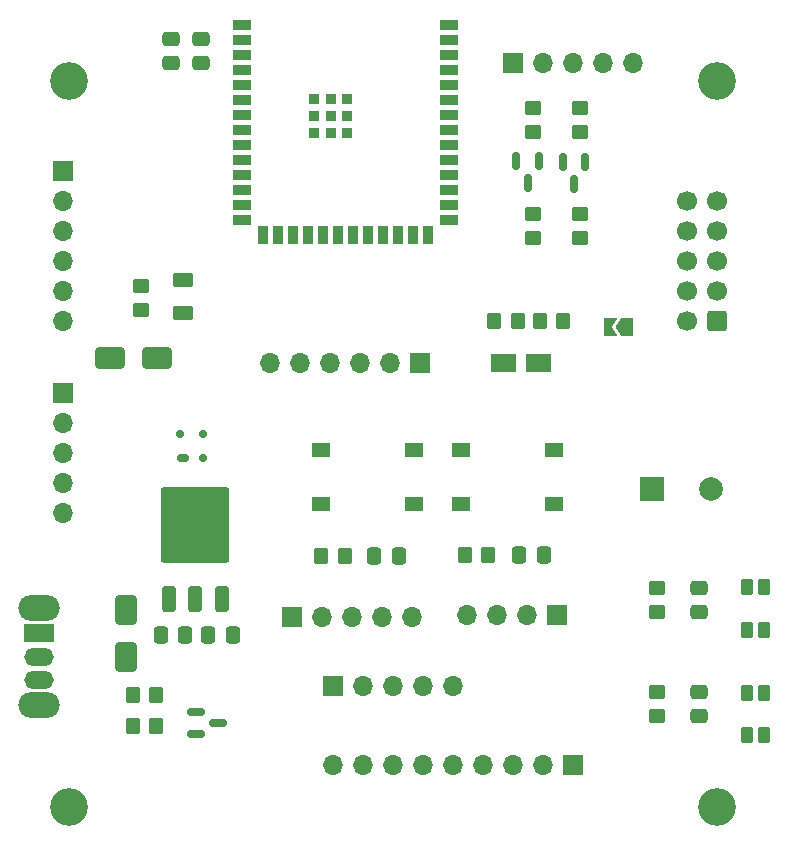
<source format=gbr>
%TF.GenerationSoftware,KiCad,Pcbnew,8.0.6*%
%TF.CreationDate,2024-11-05T15:11:29-06:00*%
%TF.ProjectId,werable_unit (1),77657261-626c-4655-9f75-6e6974202831,rev?*%
%TF.SameCoordinates,Original*%
%TF.FileFunction,Soldermask,Top*%
%TF.FilePolarity,Negative*%
%FSLAX46Y46*%
G04 Gerber Fmt 4.6, Leading zero omitted, Abs format (unit mm)*
G04 Created by KiCad (PCBNEW 8.0.6) date 2024-11-05 15:11:29*
%MOMM*%
%LPD*%
G01*
G04 APERTURE LIST*
G04 Aperture macros list*
%AMRoundRect*
0 Rectangle with rounded corners*
0 $1 Rounding radius*
0 $2 $3 $4 $5 $6 $7 $8 $9 X,Y pos of 4 corners*
0 Add a 4 corners polygon primitive as box body*
4,1,4,$2,$3,$4,$5,$6,$7,$8,$9,$2,$3,0*
0 Add four circle primitives for the rounded corners*
1,1,$1+$1,$2,$3*
1,1,$1+$1,$4,$5*
1,1,$1+$1,$6,$7*
1,1,$1+$1,$8,$9*
0 Add four rect primitives between the rounded corners*
20,1,$1+$1,$2,$3,$4,$5,0*
20,1,$1+$1,$4,$5,$6,$7,0*
20,1,$1+$1,$6,$7,$8,$9,0*
20,1,$1+$1,$8,$9,$2,$3,0*%
%AMFreePoly0*
4,1,6,1.000000,0.000000,0.500000,-0.750000,-0.500000,-0.750000,-0.500000,0.750000,0.500000,0.750000,1.000000,0.000000,1.000000,0.000000,$1*%
%AMFreePoly1*
4,1,6,0.500000,-0.750000,-0.650000,-0.750000,-0.150000,0.000000,-0.650000,0.750000,0.500000,0.750000,0.500000,-0.750000,0.500000,-0.750000,$1*%
G04 Aperture macros list end*
%ADD10RoundRect,0.150000X-0.150000X0.587500X-0.150000X-0.587500X0.150000X-0.587500X0.150000X0.587500X0*%
%ADD11R,1.550000X1.300000*%
%ADD12RoundRect,0.250000X0.650000X-1.000000X0.650000X1.000000X-0.650000X1.000000X-0.650000X-1.000000X0*%
%ADD13RoundRect,0.250000X-0.450000X0.350000X-0.450000X-0.350000X0.450000X-0.350000X0.450000X0.350000X0*%
%ADD14RoundRect,0.250000X-0.350000X-0.450000X0.350000X-0.450000X0.350000X0.450000X-0.350000X0.450000X0*%
%ADD15R,1.700000X1.700000*%
%ADD16O,1.700000X1.700000*%
%ADD17C,3.200000*%
%ADD18O,3.500000X2.200000*%
%ADD19R,2.500000X1.500000*%
%ADD20O,2.500000X1.500000*%
%ADD21RoundRect,0.250000X-0.337500X-0.475000X0.337500X-0.475000X0.337500X0.475000X-0.337500X0.475000X0*%
%ADD22RoundRect,0.250000X0.600000X0.600000X-0.600000X0.600000X-0.600000X-0.600000X0.600000X-0.600000X0*%
%ADD23C,1.700000*%
%ADD24R,1.498600X0.889000*%
%ADD25R,0.889000X1.498600*%
%ADD26R,0.889000X0.889000*%
%ADD27RoundRect,0.250000X1.000000X0.650000X-1.000000X0.650000X-1.000000X-0.650000X1.000000X-0.650000X0*%
%ADD28RoundRect,0.250000X0.450000X-0.350000X0.450000X0.350000X-0.450000X0.350000X-0.450000X-0.350000X0*%
%ADD29RoundRect,0.250000X0.275000X-0.450000X0.275000X0.450000X-0.275000X0.450000X-0.275000X-0.450000X0*%
%ADD30RoundRect,0.250000X-0.475000X0.337500X-0.475000X-0.337500X0.475000X-0.337500X0.475000X0.337500X0*%
%ADD31FreePoly0,180.000000*%
%ADD32FreePoly1,180.000000*%
%ADD33RoundRect,0.250000X0.350000X-0.850000X0.350000X0.850000X-0.350000X0.850000X-0.350000X-0.850000X0*%
%ADD34RoundRect,0.249997X2.650003X-2.950003X2.650003X2.950003X-2.650003X2.950003X-2.650003X-2.950003X0*%
%ADD35R,2.000000X2.000000*%
%ADD36C,2.000000*%
%ADD37RoundRect,0.250000X0.475000X-0.337500X0.475000X0.337500X-0.475000X0.337500X-0.475000X-0.337500X0*%
%ADD38R,1.500000X1.500000*%
%ADD39FreePoly0,0.000000*%
%ADD40RoundRect,0.250000X0.625000X-0.375000X0.625000X0.375000X-0.625000X0.375000X-0.625000X-0.375000X0*%
%ADD41RoundRect,0.250000X0.337500X0.475000X-0.337500X0.475000X-0.337500X-0.475000X0.337500X-0.475000X0*%
%ADD42RoundRect,0.150000X-0.587500X-0.150000X0.587500X-0.150000X0.587500X0.150000X-0.587500X0.150000X0*%
%ADD43RoundRect,0.175000X0.325000X-0.175000X0.325000X0.175000X-0.325000X0.175000X-0.325000X-0.175000X0*%
%ADD44RoundRect,0.150000X0.150000X-0.200000X0.150000X0.200000X-0.150000X0.200000X-0.150000X-0.200000X0*%
G04 APERTURE END LIST*
D10*
%TO.C,Q2*%
X117346900Y-61216300D03*
X115446900Y-61216300D03*
X116396900Y-63091300D03*
%TD*%
D11*
%TO.C,SW4*%
X106769000Y-85634000D03*
X114719000Y-85634000D03*
X106769000Y-90134000D03*
X114719000Y-90134000D03*
%TD*%
D12*
%TO.C,D3*%
X78486000Y-103142800D03*
X78486000Y-99142800D03*
%TD*%
D13*
%TO.C,R14*%
X116896900Y-56653800D03*
X116896900Y-58653800D03*
%TD*%
D14*
%TO.C,R9*%
X79000600Y-108940600D03*
X81000600Y-108940600D03*
%TD*%
D15*
%TO.C,J5*%
X95986600Y-105613200D03*
D16*
X98526600Y-105613200D03*
X101066600Y-105613200D03*
X103606600Y-105613200D03*
X106146600Y-105613200D03*
%TD*%
D14*
%TO.C,R8*%
X78997500Y-106347000D03*
X80997500Y-106347000D03*
%TD*%
D17*
%TO.C,H4*%
X128524000Y-115824000D03*
%TD*%
D14*
%TO.C,R25*%
X94989500Y-94546000D03*
X96989500Y-94546000D03*
%TD*%
D18*
%TO.C,U7*%
X71120000Y-98992000D03*
X71120000Y-107192000D03*
D19*
X71120000Y-101092000D03*
D20*
X71120000Y-103092000D03*
X71120000Y-105092000D03*
%TD*%
D21*
%TO.C,C19*%
X111738500Y-94488000D03*
X113813500Y-94488000D03*
%TD*%
D15*
%TO.C,J9*%
X103378000Y-78232000D03*
D16*
X100838000Y-78232000D03*
X98298000Y-78232000D03*
X95758000Y-78232000D03*
X93218000Y-78232000D03*
X90678000Y-78232000D03*
%TD*%
D15*
%TO.C,J2*%
X92461000Y-99720400D03*
D16*
X95001000Y-99720400D03*
X97541000Y-99720400D03*
X100081000Y-99720400D03*
X102621000Y-99720400D03*
%TD*%
D22*
%TO.C,J12*%
X128524000Y-74676000D03*
D23*
X125984000Y-74676000D03*
X128524000Y-72136000D03*
X125984000Y-72136000D03*
X128524000Y-69596000D03*
X125984000Y-69596000D03*
X128524000Y-67056000D03*
X125984000Y-67056000D03*
X128524000Y-64516000D03*
X125984000Y-64516000D03*
%TD*%
D24*
%TO.C,U10*%
X88278000Y-49604000D03*
X88278000Y-50874000D03*
X88278000Y-52144000D03*
X88278000Y-53414000D03*
X88278000Y-54684000D03*
X88278000Y-55954000D03*
X88278000Y-57224000D03*
X88278000Y-58494000D03*
X88278000Y-59764000D03*
X88278000Y-61034000D03*
X88278000Y-62304000D03*
X88278000Y-63574000D03*
X88278000Y-64844000D03*
X88278000Y-66114000D03*
D25*
X90043000Y-67364000D03*
X91313000Y-67364000D03*
X92583000Y-67364000D03*
X93853000Y-67364000D03*
X95123000Y-67364000D03*
X96393000Y-67364000D03*
X97663000Y-67364000D03*
X98933000Y-67364000D03*
X100203000Y-67364000D03*
X101473000Y-67364000D03*
X102743000Y-67364000D03*
X104013000Y-67364000D03*
D24*
X105778000Y-66114000D03*
X105778000Y-64844000D03*
X105778000Y-63574000D03*
X105778000Y-62304000D03*
X105778000Y-61034000D03*
X105778000Y-59764000D03*
X105778000Y-58494000D03*
X105778000Y-57224000D03*
X105778000Y-55954000D03*
X105778000Y-54684000D03*
X105778000Y-53414000D03*
X105778000Y-52144000D03*
X105778000Y-50874000D03*
X105778000Y-49604000D03*
D26*
X95778000Y-57324000D03*
X95778000Y-55924000D03*
X94378000Y-55924000D03*
X94378000Y-57324000D03*
X94378000Y-58724000D03*
X95778000Y-58724000D03*
X97178000Y-58724000D03*
X97178000Y-57324000D03*
X97178000Y-55924000D03*
%TD*%
D27*
%TO.C,D1*%
X81089000Y-77774800D03*
X77089000Y-77774800D03*
%TD*%
D28*
%TO.C,R7*%
X79756000Y-73752000D03*
X79756000Y-71752000D03*
%TD*%
D13*
%TO.C,R15*%
X112896900Y-56653800D03*
X112896900Y-58653800D03*
%TD*%
D29*
%TO.C,SW5*%
X131021000Y-100805800D03*
X131021000Y-97205800D03*
X132461000Y-100805800D03*
X132461000Y-97205800D03*
%TD*%
D30*
%TO.C,C2*%
X126944000Y-106086500D03*
X126944000Y-108161500D03*
%TD*%
D13*
%TO.C,R20*%
X112896900Y-65653800D03*
X112896900Y-67653800D03*
%TD*%
D31*
%TO.C,JP1*%
X120904000Y-75184000D03*
D32*
X119454000Y-75184000D03*
%TD*%
D15*
%TO.C,J1*%
X73152000Y-61976000D03*
D16*
X73152000Y-64516000D03*
X73152000Y-67056000D03*
X73152000Y-69596000D03*
X73152000Y-72136000D03*
X73152000Y-74676000D03*
%TD*%
D33*
%TO.C,U5*%
X82048000Y-98248000D03*
X84328000Y-98248000D03*
D34*
X84328000Y-91948000D03*
D33*
X86608000Y-98248000D03*
%TD*%
D17*
%TO.C,H3*%
X73660000Y-115824000D03*
%TD*%
D29*
%TO.C,SW6*%
X131055000Y-109772000D03*
X131055000Y-106172000D03*
X132495000Y-109772000D03*
X132495000Y-106172000D03*
%TD*%
D35*
%TO.C,U4*%
X123016000Y-88900000D03*
D36*
X128016000Y-88900000D03*
%TD*%
D14*
%TO.C,R18*%
X109621500Y-74676000D03*
X111621500Y-74676000D03*
%TD*%
D37*
%TO.C,C24*%
X82296000Y-52875000D03*
X82296000Y-50800000D03*
%TD*%
D38*
%TO.C,JP2*%
X110696500Y-78266000D03*
X113096500Y-78266000D03*
D39*
X109896500Y-78266000D03*
D31*
X113896500Y-78266000D03*
%TD*%
D14*
%TO.C,R13*%
X113477800Y-74676000D03*
X115477800Y-74676000D03*
%TD*%
D17*
%TO.C,H1*%
X73660000Y-54356000D03*
%TD*%
D40*
%TO.C,D6*%
X83312000Y-74044000D03*
X83312000Y-71244000D03*
%TD*%
D13*
%TO.C,R19*%
X116896900Y-65653800D03*
X116896900Y-67653800D03*
%TD*%
D15*
%TO.C,J13*%
X116332000Y-112268000D03*
D16*
X113792000Y-112268000D03*
X111252000Y-112268000D03*
X108712000Y-112268000D03*
X106172000Y-112268000D03*
X103632000Y-112268000D03*
X101092000Y-112268000D03*
X98552000Y-112268000D03*
X96012000Y-112268000D03*
%TD*%
D15*
%TO.C,J11*%
X73152000Y-80772000D03*
D16*
X73152000Y-83312000D03*
X73152000Y-85852000D03*
X73152000Y-88392000D03*
X73152000Y-90932000D03*
%TD*%
D14*
%TO.C,R26*%
X107113500Y-94488000D03*
X109113500Y-94488000D03*
%TD*%
D28*
%TO.C,R3*%
X123423800Y-99293300D03*
X123423800Y-97293300D03*
%TD*%
D17*
%TO.C,H2*%
X128524000Y-54356000D03*
%TD*%
D28*
%TO.C,R2*%
X123444000Y-108124000D03*
X123444000Y-106124000D03*
%TD*%
D15*
%TO.C,J8*%
X111252000Y-52857400D03*
D16*
X113792000Y-52857400D03*
X116332000Y-52857400D03*
X118872000Y-52857400D03*
X121412000Y-52857400D03*
%TD*%
D11*
%TO.C,SW3*%
X94921000Y-85634000D03*
X102871000Y-85634000D03*
X94921000Y-90134000D03*
X102871000Y-90134000D03*
%TD*%
D10*
%TO.C,Q3*%
X113396900Y-61153800D03*
X111496900Y-61153800D03*
X112446900Y-63028800D03*
%TD*%
D41*
%TO.C,C4*%
X83469250Y-101243000D03*
X81394250Y-101243000D03*
%TD*%
D21*
%TO.C,C18*%
X99452000Y-94546000D03*
X101527000Y-94546000D03*
%TD*%
D37*
%TO.C,C23*%
X84836000Y-52875000D03*
X84836000Y-50800000D03*
%TD*%
D42*
%TO.C,D4*%
X84362500Y-107767500D03*
X84362500Y-109667500D03*
X86237500Y-108717500D03*
%TD*%
D43*
%TO.C,D2*%
X83253000Y-86273000D03*
D44*
X84953000Y-86273000D03*
X84953000Y-84273000D03*
X83053000Y-84273000D03*
%TD*%
D30*
%TO.C,C1*%
X126923800Y-97255800D03*
X126923800Y-99330800D03*
%TD*%
D15*
%TO.C,J3*%
X114960400Y-99568000D03*
D16*
X112420400Y-99568000D03*
X109880400Y-99568000D03*
X107340400Y-99568000D03*
%TD*%
D41*
%TO.C,C3*%
X87469250Y-101243000D03*
X85394250Y-101243000D03*
%TD*%
M02*

</source>
